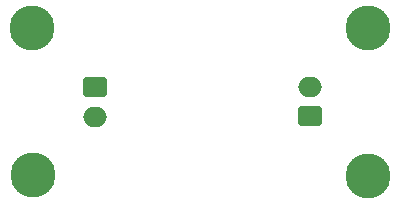
<source format=gbr>
%TF.GenerationSoftware,KiCad,Pcbnew,9.0.0*%
%TF.CreationDate,2025-04-24T23:51:43+03:00*%
%TF.ProjectId,3v3,3376332e-6b69-4636-9164-5f7063625858,rev?*%
%TF.SameCoordinates,Original*%
%TF.FileFunction,Soldermask,Bot*%
%TF.FilePolarity,Negative*%
%FSLAX46Y46*%
G04 Gerber Fmt 4.6, Leading zero omitted, Abs format (unit mm)*
G04 Created by KiCad (PCBNEW 9.0.0) date 2025-04-24 23:51:43*
%MOMM*%
%LPD*%
G01*
G04 APERTURE LIST*
G04 Aperture macros list*
%AMRoundRect*
0 Rectangle with rounded corners*
0 $1 Rounding radius*
0 $2 $3 $4 $5 $6 $7 $8 $9 X,Y pos of 4 corners*
0 Add a 4 corners polygon primitive as box body*
4,1,4,$2,$3,$4,$5,$6,$7,$8,$9,$2,$3,0*
0 Add four circle primitives for the rounded corners*
1,1,$1+$1,$2,$3*
1,1,$1+$1,$4,$5*
1,1,$1+$1,$6,$7*
1,1,$1+$1,$8,$9*
0 Add four rect primitives between the rounded corners*
20,1,$1+$1,$2,$3,$4,$5,0*
20,1,$1+$1,$4,$5,$6,$7,0*
20,1,$1+$1,$6,$7,$8,$9,0*
20,1,$1+$1,$8,$9,$2,$3,0*%
G04 Aperture macros list end*
%ADD10C,2.600000*%
%ADD11C,3.800000*%
%ADD12RoundRect,0.250000X-0.750000X0.600000X-0.750000X-0.600000X0.750000X-0.600000X0.750000X0.600000X0*%
%ADD13O,2.000000X1.700000*%
%ADD14RoundRect,0.250000X0.750000X-0.600000X0.750000X0.600000X-0.750000X0.600000X-0.750000X-0.600000X0*%
G04 APERTURE END LIST*
D10*
%TO.C,H5*%
X89962000Y-105968754D03*
D11*
X89962000Y-105968754D03*
%TD*%
D12*
%TO.C,J4*%
X66848000Y-98495800D03*
D13*
X66848000Y-100995800D03*
%TD*%
D10*
%TO.C,H8*%
X61599050Y-105913700D03*
D11*
X61599050Y-105913700D03*
%TD*%
D10*
%TO.C,H7*%
X61488600Y-93446554D03*
D11*
X61488600Y-93446554D03*
%TD*%
D14*
%TO.C,J5*%
X85013800Y-100939600D03*
D13*
X85013800Y-98439600D03*
%TD*%
D10*
%TO.C,H6*%
X89962000Y-93421154D03*
D11*
X89962000Y-93421154D03*
%TD*%
M02*

</source>
